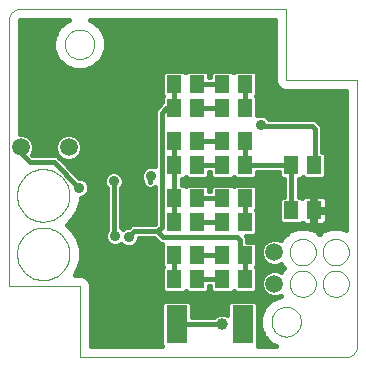
<source format=gbl>
G75*
G70*
%OFA0B0*%
%FSLAX24Y24*%
%IPPOS*%
%LPD*%
%AMOC8*
5,1,8,0,0,1.08239X$1,22.5*
%
%ADD10C,0.0000*%
%ADD11R,0.0512X0.0591*%
%ADD12R,0.0709X0.1260*%
%ADD13C,0.0591*%
%ADD14C,0.0357*%
%ADD15C,0.0160*%
%ADD16C,0.0396*%
D10*
X002544Y000312D02*
X002544Y002675D01*
X000181Y002675D01*
X000181Y011533D01*
X000183Y011572D01*
X000189Y011610D01*
X000198Y011647D01*
X000211Y011684D01*
X000228Y011719D01*
X000247Y011752D01*
X000270Y011783D01*
X000296Y011812D01*
X000325Y011838D01*
X000356Y011861D01*
X000389Y011880D01*
X000424Y011897D01*
X000461Y011910D01*
X000498Y011919D01*
X000536Y011925D01*
X000575Y011927D01*
X009433Y011927D01*
X009433Y009564D01*
X011796Y009564D01*
X011796Y000706D01*
X011794Y000667D01*
X011788Y000629D01*
X011779Y000592D01*
X011766Y000555D01*
X011749Y000520D01*
X011730Y000487D01*
X011707Y000456D01*
X011681Y000427D01*
X011652Y000401D01*
X011621Y000378D01*
X011588Y000359D01*
X011553Y000342D01*
X011516Y000329D01*
X011479Y000320D01*
X011441Y000314D01*
X011402Y000312D01*
X002544Y000312D01*
X000456Y003759D02*
X000458Y003818D01*
X000464Y003877D01*
X000474Y003935D01*
X000488Y003993D01*
X000505Y004049D01*
X000527Y004104D01*
X000552Y004158D01*
X000581Y004209D01*
X000613Y004259D01*
X000648Y004306D01*
X000687Y004351D01*
X000728Y004393D01*
X000772Y004432D01*
X000819Y004469D01*
X000868Y004502D01*
X000919Y004531D01*
X000972Y004557D01*
X001027Y004580D01*
X001083Y004598D01*
X001140Y004613D01*
X001199Y004624D01*
X001257Y004631D01*
X001316Y004634D01*
X001375Y004633D01*
X001434Y004628D01*
X001493Y004619D01*
X001550Y004606D01*
X001607Y004589D01*
X001662Y004569D01*
X001716Y004545D01*
X001768Y004517D01*
X001819Y004486D01*
X001867Y004451D01*
X001912Y004413D01*
X001955Y004372D01*
X001995Y004329D01*
X002032Y004283D01*
X002066Y004234D01*
X002096Y004184D01*
X002123Y004131D01*
X002146Y004077D01*
X002166Y004021D01*
X002182Y003964D01*
X002194Y003906D01*
X002202Y003848D01*
X002206Y003789D01*
X002206Y003729D01*
X002202Y003670D01*
X002194Y003612D01*
X002182Y003554D01*
X002166Y003497D01*
X002146Y003441D01*
X002123Y003387D01*
X002096Y003334D01*
X002066Y003284D01*
X002032Y003235D01*
X001995Y003189D01*
X001955Y003146D01*
X001912Y003105D01*
X001867Y003067D01*
X001819Y003032D01*
X001769Y003001D01*
X001716Y002973D01*
X001662Y002949D01*
X001607Y002929D01*
X001550Y002912D01*
X001493Y002899D01*
X001434Y002890D01*
X001375Y002885D01*
X001316Y002884D01*
X001257Y002887D01*
X001199Y002894D01*
X001140Y002905D01*
X001083Y002920D01*
X001027Y002938D01*
X000972Y002961D01*
X000919Y002987D01*
X000868Y003016D01*
X000819Y003049D01*
X000772Y003086D01*
X000728Y003125D01*
X000687Y003167D01*
X000648Y003212D01*
X000613Y003259D01*
X000581Y003309D01*
X000552Y003360D01*
X000527Y003414D01*
X000505Y003469D01*
X000488Y003525D01*
X000474Y003583D01*
X000464Y003641D01*
X000458Y003700D01*
X000456Y003759D01*
X000456Y005709D02*
X000458Y005768D01*
X000464Y005827D01*
X000474Y005885D01*
X000488Y005943D01*
X000505Y005999D01*
X000527Y006054D01*
X000552Y006108D01*
X000581Y006159D01*
X000613Y006209D01*
X000648Y006256D01*
X000687Y006301D01*
X000728Y006343D01*
X000772Y006382D01*
X000819Y006419D01*
X000868Y006452D01*
X000919Y006481D01*
X000972Y006507D01*
X001027Y006530D01*
X001083Y006548D01*
X001140Y006563D01*
X001199Y006574D01*
X001257Y006581D01*
X001316Y006584D01*
X001375Y006583D01*
X001434Y006578D01*
X001493Y006569D01*
X001550Y006556D01*
X001607Y006539D01*
X001662Y006519D01*
X001716Y006495D01*
X001768Y006467D01*
X001819Y006436D01*
X001867Y006401D01*
X001912Y006363D01*
X001955Y006322D01*
X001995Y006279D01*
X002032Y006233D01*
X002066Y006184D01*
X002096Y006134D01*
X002123Y006081D01*
X002146Y006027D01*
X002166Y005971D01*
X002182Y005914D01*
X002194Y005856D01*
X002202Y005798D01*
X002206Y005739D01*
X002206Y005679D01*
X002202Y005620D01*
X002194Y005562D01*
X002182Y005504D01*
X002166Y005447D01*
X002146Y005391D01*
X002123Y005337D01*
X002096Y005284D01*
X002066Y005234D01*
X002032Y005185D01*
X001995Y005139D01*
X001955Y005096D01*
X001912Y005055D01*
X001867Y005017D01*
X001819Y004982D01*
X001769Y004951D01*
X001716Y004923D01*
X001662Y004899D01*
X001607Y004879D01*
X001550Y004862D01*
X001493Y004849D01*
X001434Y004840D01*
X001375Y004835D01*
X001316Y004834D01*
X001257Y004837D01*
X001199Y004844D01*
X001140Y004855D01*
X001083Y004870D01*
X001027Y004888D01*
X000972Y004911D01*
X000919Y004937D01*
X000868Y004966D01*
X000819Y004999D01*
X000772Y005036D01*
X000728Y005075D01*
X000687Y005117D01*
X000648Y005162D01*
X000613Y005209D01*
X000581Y005259D01*
X000552Y005310D01*
X000527Y005364D01*
X000505Y005419D01*
X000488Y005475D01*
X000474Y005533D01*
X000464Y005591D01*
X000458Y005650D01*
X000456Y005709D01*
X002052Y010746D02*
X002054Y010790D01*
X002060Y010834D01*
X002070Y010877D01*
X002083Y010919D01*
X002101Y010959D01*
X002122Y010998D01*
X002146Y011035D01*
X002173Y011070D01*
X002204Y011102D01*
X002237Y011131D01*
X002273Y011157D01*
X002311Y011179D01*
X002351Y011198D01*
X002392Y011214D01*
X002435Y011226D01*
X002478Y011234D01*
X002522Y011238D01*
X002566Y011238D01*
X002610Y011234D01*
X002653Y011226D01*
X002696Y011214D01*
X002737Y011198D01*
X002777Y011179D01*
X002815Y011157D01*
X002851Y011131D01*
X002884Y011102D01*
X002915Y011070D01*
X002942Y011035D01*
X002966Y010998D01*
X002987Y010959D01*
X003005Y010919D01*
X003018Y010877D01*
X003028Y010834D01*
X003034Y010790D01*
X003036Y010746D01*
X003034Y010702D01*
X003028Y010658D01*
X003018Y010615D01*
X003005Y010573D01*
X002987Y010533D01*
X002966Y010494D01*
X002942Y010457D01*
X002915Y010422D01*
X002884Y010390D01*
X002851Y010361D01*
X002815Y010335D01*
X002777Y010313D01*
X002737Y010294D01*
X002696Y010278D01*
X002653Y010266D01*
X002610Y010258D01*
X002566Y010254D01*
X002522Y010254D01*
X002478Y010258D01*
X002435Y010266D01*
X002392Y010278D01*
X002351Y010294D01*
X002311Y010313D01*
X002273Y010335D01*
X002237Y010361D01*
X002204Y010390D01*
X002173Y010422D01*
X002146Y010457D01*
X002122Y010494D01*
X002101Y010533D01*
X002083Y010573D01*
X002070Y010615D01*
X002060Y010658D01*
X002054Y010702D01*
X002052Y010746D01*
X009544Y003816D02*
X009546Y003858D01*
X009552Y003899D01*
X009562Y003939D01*
X009575Y003978D01*
X009593Y004016D01*
X009613Y004052D01*
X009637Y004086D01*
X009665Y004118D01*
X009695Y004146D01*
X009728Y004172D01*
X009762Y004194D01*
X009799Y004214D01*
X009838Y004229D01*
X009878Y004241D01*
X009919Y004249D01*
X009960Y004253D01*
X010002Y004253D01*
X010043Y004249D01*
X010084Y004241D01*
X010124Y004229D01*
X010163Y004214D01*
X010199Y004194D01*
X010234Y004172D01*
X010267Y004146D01*
X010297Y004118D01*
X010325Y004086D01*
X010349Y004052D01*
X010369Y004016D01*
X010387Y003978D01*
X010400Y003939D01*
X010410Y003899D01*
X010416Y003858D01*
X010418Y003816D01*
X010416Y003774D01*
X010410Y003733D01*
X010400Y003693D01*
X010387Y003654D01*
X010369Y003616D01*
X010349Y003580D01*
X010325Y003546D01*
X010297Y003514D01*
X010267Y003486D01*
X010234Y003460D01*
X010200Y003438D01*
X010163Y003418D01*
X010124Y003403D01*
X010084Y003391D01*
X010043Y003383D01*
X010002Y003379D01*
X009960Y003379D01*
X009919Y003383D01*
X009878Y003391D01*
X009838Y003403D01*
X009799Y003418D01*
X009763Y003438D01*
X009728Y003460D01*
X009695Y003486D01*
X009665Y003514D01*
X009637Y003546D01*
X009613Y003580D01*
X009593Y003616D01*
X009575Y003654D01*
X009562Y003693D01*
X009552Y003733D01*
X009546Y003774D01*
X009544Y003816D01*
X009544Y002766D02*
X009546Y002808D01*
X009552Y002849D01*
X009562Y002889D01*
X009575Y002928D01*
X009593Y002966D01*
X009613Y003002D01*
X009637Y003036D01*
X009665Y003068D01*
X009695Y003096D01*
X009728Y003122D01*
X009762Y003144D01*
X009799Y003164D01*
X009838Y003179D01*
X009878Y003191D01*
X009919Y003199D01*
X009960Y003203D01*
X010002Y003203D01*
X010043Y003199D01*
X010084Y003191D01*
X010124Y003179D01*
X010163Y003164D01*
X010199Y003144D01*
X010234Y003122D01*
X010267Y003096D01*
X010297Y003068D01*
X010325Y003036D01*
X010349Y003002D01*
X010369Y002966D01*
X010387Y002928D01*
X010400Y002889D01*
X010410Y002849D01*
X010416Y002808D01*
X010418Y002766D01*
X010416Y002724D01*
X010410Y002683D01*
X010400Y002643D01*
X010387Y002604D01*
X010369Y002566D01*
X010349Y002530D01*
X010325Y002496D01*
X010297Y002464D01*
X010267Y002436D01*
X010234Y002410D01*
X010200Y002388D01*
X010163Y002368D01*
X010124Y002353D01*
X010084Y002341D01*
X010043Y002333D01*
X010002Y002329D01*
X009960Y002329D01*
X009919Y002333D01*
X009878Y002341D01*
X009838Y002353D01*
X009799Y002368D01*
X009763Y002388D01*
X009728Y002410D01*
X009695Y002436D01*
X009665Y002464D01*
X009637Y002496D01*
X009613Y002530D01*
X009593Y002566D01*
X009575Y002604D01*
X009562Y002643D01*
X009552Y002683D01*
X009546Y002724D01*
X009544Y002766D01*
X008941Y001494D02*
X008943Y001538D01*
X008949Y001582D01*
X008959Y001625D01*
X008972Y001667D01*
X008990Y001707D01*
X009011Y001746D01*
X009035Y001783D01*
X009062Y001818D01*
X009093Y001850D01*
X009126Y001879D01*
X009162Y001905D01*
X009200Y001927D01*
X009240Y001946D01*
X009281Y001962D01*
X009324Y001974D01*
X009367Y001982D01*
X009411Y001986D01*
X009455Y001986D01*
X009499Y001982D01*
X009542Y001974D01*
X009585Y001962D01*
X009626Y001946D01*
X009666Y001927D01*
X009704Y001905D01*
X009740Y001879D01*
X009773Y001850D01*
X009804Y001818D01*
X009831Y001783D01*
X009855Y001746D01*
X009876Y001707D01*
X009894Y001667D01*
X009907Y001625D01*
X009917Y001582D01*
X009923Y001538D01*
X009925Y001494D01*
X009923Y001450D01*
X009917Y001406D01*
X009907Y001363D01*
X009894Y001321D01*
X009876Y001281D01*
X009855Y001242D01*
X009831Y001205D01*
X009804Y001170D01*
X009773Y001138D01*
X009740Y001109D01*
X009704Y001083D01*
X009666Y001061D01*
X009626Y001042D01*
X009585Y001026D01*
X009542Y001014D01*
X009499Y001006D01*
X009455Y001002D01*
X009411Y001002D01*
X009367Y001006D01*
X009324Y001014D01*
X009281Y001026D01*
X009240Y001042D01*
X009200Y001061D01*
X009162Y001083D01*
X009126Y001109D01*
X009093Y001138D01*
X009062Y001170D01*
X009035Y001205D01*
X009011Y001242D01*
X008990Y001281D01*
X008972Y001321D01*
X008959Y001363D01*
X008949Y001406D01*
X008943Y001450D01*
X008941Y001494D01*
X010644Y002766D02*
X010646Y002808D01*
X010652Y002849D01*
X010662Y002889D01*
X010675Y002928D01*
X010693Y002966D01*
X010713Y003002D01*
X010737Y003036D01*
X010765Y003068D01*
X010795Y003096D01*
X010828Y003122D01*
X010862Y003144D01*
X010899Y003164D01*
X010938Y003179D01*
X010978Y003191D01*
X011019Y003199D01*
X011060Y003203D01*
X011102Y003203D01*
X011143Y003199D01*
X011184Y003191D01*
X011224Y003179D01*
X011263Y003164D01*
X011299Y003144D01*
X011334Y003122D01*
X011367Y003096D01*
X011397Y003068D01*
X011425Y003036D01*
X011449Y003002D01*
X011469Y002966D01*
X011487Y002928D01*
X011500Y002889D01*
X011510Y002849D01*
X011516Y002808D01*
X011518Y002766D01*
X011516Y002724D01*
X011510Y002683D01*
X011500Y002643D01*
X011487Y002604D01*
X011469Y002566D01*
X011449Y002530D01*
X011425Y002496D01*
X011397Y002464D01*
X011367Y002436D01*
X011334Y002410D01*
X011300Y002388D01*
X011263Y002368D01*
X011224Y002353D01*
X011184Y002341D01*
X011143Y002333D01*
X011102Y002329D01*
X011060Y002329D01*
X011019Y002333D01*
X010978Y002341D01*
X010938Y002353D01*
X010899Y002368D01*
X010863Y002388D01*
X010828Y002410D01*
X010795Y002436D01*
X010765Y002464D01*
X010737Y002496D01*
X010713Y002530D01*
X010693Y002566D01*
X010675Y002604D01*
X010662Y002643D01*
X010652Y002683D01*
X010646Y002724D01*
X010644Y002766D01*
X010644Y003816D02*
X010646Y003858D01*
X010652Y003899D01*
X010662Y003939D01*
X010675Y003978D01*
X010693Y004016D01*
X010713Y004052D01*
X010737Y004086D01*
X010765Y004118D01*
X010795Y004146D01*
X010828Y004172D01*
X010862Y004194D01*
X010899Y004214D01*
X010938Y004229D01*
X010978Y004241D01*
X011019Y004249D01*
X011060Y004253D01*
X011102Y004253D01*
X011143Y004249D01*
X011184Y004241D01*
X011224Y004229D01*
X011263Y004214D01*
X011299Y004194D01*
X011334Y004172D01*
X011367Y004146D01*
X011397Y004118D01*
X011425Y004086D01*
X011449Y004052D01*
X011469Y004016D01*
X011487Y003978D01*
X011500Y003939D01*
X011510Y003899D01*
X011516Y003858D01*
X011518Y003816D01*
X011516Y003774D01*
X011510Y003733D01*
X011500Y003693D01*
X011487Y003654D01*
X011469Y003616D01*
X011449Y003580D01*
X011425Y003546D01*
X011397Y003514D01*
X011367Y003486D01*
X011334Y003460D01*
X011300Y003438D01*
X011263Y003418D01*
X011224Y003403D01*
X011184Y003391D01*
X011143Y003383D01*
X011102Y003379D01*
X011060Y003379D01*
X011019Y003383D01*
X010978Y003391D01*
X010938Y003403D01*
X010899Y003418D01*
X010863Y003438D01*
X010828Y003460D01*
X010795Y003486D01*
X010765Y003514D01*
X010737Y003546D01*
X010713Y003580D01*
X010693Y003616D01*
X010675Y003654D01*
X010662Y003693D01*
X010652Y003733D01*
X010646Y003774D01*
X010644Y003816D01*
D11*
X010355Y005212D03*
X009607Y005212D03*
X009607Y006712D03*
X010355Y006712D03*
X008055Y006712D03*
X007307Y006712D03*
X007307Y007512D03*
X008055Y007512D03*
X008055Y008612D03*
X007307Y008612D03*
X007307Y009412D03*
X008055Y009412D03*
X006455Y009412D03*
X005707Y009412D03*
X005707Y008612D03*
X006455Y008612D03*
X006455Y007512D03*
X005707Y007512D03*
X005707Y006712D03*
X006455Y006712D03*
X006455Y005612D03*
X005707Y005612D03*
X005707Y004812D03*
X006455Y004812D03*
X007307Y004812D03*
X008055Y004812D03*
X008055Y005612D03*
X007307Y005612D03*
X007307Y003712D03*
X008055Y003712D03*
X008055Y002912D03*
X007307Y002912D03*
X006455Y002912D03*
X005707Y002912D03*
X005707Y003712D03*
X006455Y003712D03*
D12*
X005779Y001412D03*
X007984Y001412D03*
D13*
X009031Y002766D03*
X009031Y003816D03*
X002181Y007312D03*
X001381Y007312D03*
X000581Y007312D03*
D14*
X002531Y005962D03*
X003681Y006178D03*
X004531Y006112D03*
X004931Y006362D03*
X003731Y004362D03*
X004181Y004322D03*
X008581Y008062D03*
D15*
X008631Y008012D01*
X010281Y008012D01*
X010381Y007912D01*
X010381Y006738D01*
X010355Y006712D01*
X010381Y006938D01*
X010621Y007168D02*
X010621Y007960D01*
X010585Y008048D01*
X010517Y008116D01*
X010485Y008148D01*
X010417Y008216D01*
X010329Y008252D01*
X008869Y008252D01*
X008868Y008254D01*
X008773Y008349D01*
X008649Y008401D01*
X008514Y008401D01*
X008471Y008383D01*
X008471Y008974D01*
X008433Y009012D01*
X008471Y009051D01*
X008471Y009774D01*
X008378Y009868D01*
X007733Y009868D01*
X007681Y009816D01*
X007630Y009868D01*
X006985Y009868D01*
X006891Y009774D01*
X006891Y009652D01*
X006871Y009652D01*
X006871Y009774D01*
X006778Y009868D01*
X006133Y009868D01*
X006081Y009816D01*
X006030Y009868D01*
X005385Y009868D01*
X005291Y009774D01*
X005291Y009051D01*
X005330Y009012D01*
X005291Y008974D01*
X005291Y008812D01*
X005145Y008666D01*
X005078Y008598D01*
X005041Y008510D01*
X005041Y006683D01*
X004999Y006701D01*
X004864Y006701D01*
X004740Y006649D01*
X004645Y006554D01*
X004593Y006430D01*
X004593Y006295D01*
X004639Y006183D01*
X004637Y006174D01*
X004651Y006080D01*
X004700Y005998D01*
X004777Y005941D01*
X004869Y005918D01*
X004964Y005932D01*
X005041Y005979D01*
X005041Y004762D01*
X005032Y004752D01*
X004420Y004752D01*
X004324Y004752D01*
X004236Y004716D01*
X004180Y004660D01*
X004114Y004660D01*
X003990Y004609D01*
X003977Y004596D01*
X003923Y004649D01*
X003921Y004650D01*
X003921Y005940D01*
X003968Y005986D01*
X004020Y006111D01*
X004020Y006246D01*
X003968Y006370D01*
X003873Y006465D01*
X003749Y006517D01*
X003614Y006517D01*
X003490Y006465D01*
X003395Y006370D01*
X003343Y006246D01*
X003343Y006111D01*
X003395Y005986D01*
X003441Y005940D01*
X003441Y004547D01*
X003393Y004430D01*
X003393Y004295D01*
X003445Y004171D01*
X003540Y004076D01*
X003664Y004024D01*
X003799Y004024D01*
X003923Y004076D01*
X003936Y004089D01*
X003990Y004035D01*
X004114Y003983D01*
X004249Y003983D01*
X004373Y004035D01*
X004468Y004130D01*
X004520Y004255D01*
X004520Y004272D01*
X005032Y004272D01*
X005195Y004109D01*
X005284Y004072D01*
X005291Y004072D01*
X005291Y003351D01*
X005330Y003312D01*
X005291Y003274D01*
X005291Y002551D01*
X005385Y002457D01*
X006030Y002457D01*
X006081Y002509D01*
X006133Y002457D01*
X006778Y002457D01*
X006871Y002551D01*
X006871Y002672D01*
X006891Y002672D01*
X006891Y002551D01*
X006985Y002457D01*
X007630Y002457D01*
X007681Y002509D01*
X007733Y002457D01*
X008378Y002457D01*
X008471Y002551D01*
X008471Y003274D01*
X008433Y003312D01*
X008471Y003351D01*
X008471Y004074D01*
X008378Y004168D01*
X008121Y004168D01*
X008121Y004260D01*
X008085Y004348D01*
X008076Y004357D01*
X008378Y004357D01*
X008471Y004451D01*
X008471Y005174D01*
X008433Y005212D01*
X008471Y005251D01*
X008471Y005974D01*
X008378Y006068D01*
X007733Y006068D01*
X007681Y006016D01*
X007630Y006068D01*
X006985Y006068D01*
X006891Y005974D01*
X006891Y005852D01*
X006871Y005852D01*
X006871Y005974D01*
X006778Y006068D01*
X006133Y006068D01*
X006081Y006016D01*
X006030Y006068D01*
X005947Y006068D01*
X005947Y006257D01*
X006030Y006257D01*
X006081Y006309D01*
X006133Y006257D01*
X006778Y006257D01*
X006871Y006351D01*
X006871Y006472D01*
X006891Y006472D01*
X006891Y006351D01*
X006985Y006257D01*
X007630Y006257D01*
X007681Y006309D01*
X007733Y006257D01*
X008378Y006257D01*
X008471Y006351D01*
X008471Y006472D01*
X009191Y006472D01*
X009191Y006351D01*
X009285Y006257D01*
X009367Y006257D01*
X009367Y005668D01*
X009285Y005668D01*
X009191Y005574D01*
X009191Y004851D01*
X009285Y004757D01*
X009930Y004757D01*
X009967Y004795D01*
X009989Y004773D01*
X010030Y004749D01*
X010076Y004737D01*
X010307Y004737D01*
X010307Y005164D01*
X010403Y005164D01*
X010403Y004737D01*
X010635Y004737D01*
X010681Y004749D01*
X010722Y004773D01*
X010755Y004807D01*
X010779Y004848D01*
X010791Y004893D01*
X010791Y005164D01*
X010404Y005164D01*
X010404Y005260D01*
X010791Y005260D01*
X010791Y005531D01*
X010779Y005577D01*
X010755Y005618D01*
X010722Y005652D01*
X010681Y005675D01*
X010635Y005688D01*
X010403Y005688D01*
X010403Y005261D01*
X010307Y005261D01*
X010307Y005688D01*
X010076Y005688D01*
X010030Y005675D01*
X009989Y005652D01*
X009967Y005630D01*
X009930Y005668D01*
X009847Y005668D01*
X009847Y006257D01*
X009930Y006257D01*
X009981Y006309D01*
X010033Y006257D01*
X010678Y006257D01*
X010771Y006351D01*
X010771Y007074D01*
X010678Y007168D01*
X010621Y007168D01*
X010715Y007130D02*
X011416Y007130D01*
X011416Y006971D02*
X010771Y006971D01*
X010771Y006813D02*
X011416Y006813D01*
X011416Y006654D02*
X010771Y006654D01*
X010771Y006496D02*
X011416Y006496D01*
X011416Y006337D02*
X010758Y006337D01*
X011416Y006179D02*
X009847Y006179D01*
X009847Y006020D02*
X011416Y006020D01*
X011416Y005861D02*
X009847Y005861D01*
X009847Y005703D02*
X011416Y005703D01*
X011416Y005544D02*
X010788Y005544D01*
X010791Y005386D02*
X011416Y005386D01*
X011416Y005227D02*
X010404Y005227D01*
X010403Y005386D02*
X010307Y005386D01*
X010307Y005544D02*
X010403Y005544D01*
X010403Y005069D02*
X010307Y005069D01*
X010307Y004910D02*
X010403Y004910D01*
X010403Y004752D02*
X010307Y004752D01*
X010240Y004593D02*
X010822Y004593D01*
X010919Y004633D02*
X010618Y004509D01*
X010531Y004422D01*
X010444Y004509D01*
X010144Y004633D01*
X009819Y004633D01*
X009518Y004509D01*
X009288Y004279D01*
X009261Y004213D01*
X009122Y004271D01*
X008941Y004271D01*
X008774Y004202D01*
X008645Y004073D01*
X008576Y003906D01*
X008576Y003725D01*
X008645Y003558D01*
X008774Y003430D01*
X008941Y003360D01*
X009122Y003360D01*
X009261Y003418D01*
X009288Y003353D01*
X009350Y003291D01*
X009288Y003229D01*
X009261Y003163D01*
X009122Y003221D01*
X008941Y003221D01*
X008774Y003152D01*
X008645Y003023D01*
X008576Y002856D01*
X008576Y002675D01*
X008645Y002508D01*
X008774Y002380D01*
X008941Y002310D01*
X009122Y002310D01*
X009261Y002368D01*
X009262Y002366D01*
X009260Y002366D01*
X008939Y002233D01*
X008694Y001988D01*
X008561Y001667D01*
X008561Y001320D01*
X008694Y000999D01*
X008939Y000754D01*
X009089Y000692D01*
X008474Y000692D01*
X008498Y000716D01*
X008498Y002109D01*
X008404Y002202D01*
X007563Y002202D01*
X007469Y002109D01*
X007469Y001722D01*
X007353Y001771D01*
X007210Y001771D01*
X007079Y001716D01*
X007015Y001652D01*
X006293Y001652D01*
X006293Y002109D01*
X006200Y002202D01*
X005358Y002202D01*
X005265Y002109D01*
X005265Y000716D01*
X005289Y000692D01*
X002924Y000692D01*
X002924Y002750D01*
X002866Y002890D01*
X002759Y002997D01*
X002619Y003055D01*
X002468Y003055D01*
X002374Y003055D01*
X002501Y003275D01*
X002586Y003594D01*
X002586Y003925D01*
X002501Y004244D01*
X002336Y004530D01*
X002131Y004734D01*
X002336Y004939D01*
X002501Y005225D01*
X002586Y005544D01*
X002586Y005624D01*
X002599Y005624D01*
X002723Y005676D01*
X002818Y005771D01*
X002870Y005895D01*
X002870Y006030D01*
X002818Y006154D01*
X002723Y006249D01*
X002599Y006301D01*
X002532Y006301D01*
X001817Y007016D01*
X001729Y007052D01*
X001634Y007052D01*
X000981Y007052D01*
X000971Y007063D01*
X001037Y007222D01*
X001037Y007403D01*
X000967Y007570D01*
X000839Y007698D01*
X000672Y007768D01*
X000561Y007768D01*
X000561Y011457D01*
X000561Y011533D01*
X000562Y011536D01*
X000564Y011541D01*
X000567Y011544D01*
X000572Y011546D01*
X000575Y011547D01*
X000651Y011547D01*
X002199Y011547D01*
X002050Y011485D01*
X001804Y011240D01*
X001671Y010919D01*
X001671Y010572D01*
X001804Y010251D01*
X002050Y010006D01*
X002370Y009873D01*
X002717Y009873D01*
X003038Y010006D01*
X003283Y010251D01*
X003416Y010572D01*
X003416Y010919D01*
X003283Y011240D01*
X003038Y011485D01*
X002888Y011547D01*
X009053Y011547D01*
X009053Y009489D01*
X009111Y009349D01*
X009218Y009242D01*
X009358Y009184D01*
X009509Y009184D01*
X011416Y009184D01*
X011416Y004562D01*
X011244Y004633D01*
X010919Y004633D01*
X010685Y004752D02*
X011416Y004752D01*
X011416Y004910D02*
X010791Y004910D01*
X010791Y005069D02*
X011416Y005069D01*
X011416Y004593D02*
X011340Y004593D01*
X010544Y004435D02*
X010518Y004435D01*
X010026Y004752D02*
X008471Y004752D01*
X008471Y004910D02*
X009191Y004910D01*
X009191Y005069D02*
X008471Y005069D01*
X008448Y005227D02*
X009191Y005227D01*
X009191Y005386D02*
X008471Y005386D01*
X008471Y005544D02*
X009191Y005544D01*
X009367Y005703D02*
X008471Y005703D01*
X008471Y005861D02*
X009367Y005861D01*
X009367Y006020D02*
X008425Y006020D01*
X008458Y006337D02*
X009205Y006337D01*
X009367Y006179D02*
X005947Y006179D01*
X006077Y006020D02*
X006086Y006020D01*
X006455Y005612D02*
X007307Y005612D01*
X006938Y006020D02*
X006825Y006020D01*
X006871Y005861D02*
X006891Y005861D01*
X006905Y006337D02*
X006858Y006337D01*
X006455Y006712D02*
X007307Y006712D01*
X008055Y006712D02*
X009607Y006712D01*
X009607Y005212D01*
X009722Y004593D02*
X008471Y004593D01*
X008455Y004435D02*
X009444Y004435D01*
X009287Y004276D02*
X008115Y004276D01*
X007881Y004212D02*
X007881Y003886D01*
X008055Y003712D01*
X008055Y002912D01*
X008471Y002849D02*
X008576Y002849D01*
X008576Y002691D02*
X008471Y002691D01*
X008452Y002532D02*
X008635Y002532D01*
X008788Y002374D02*
X002924Y002374D01*
X002924Y002532D02*
X005310Y002532D01*
X005291Y002691D02*
X002924Y002691D01*
X002883Y002849D02*
X005291Y002849D01*
X005291Y003008D02*
X002733Y003008D01*
X002438Y003166D02*
X005291Y003166D01*
X005318Y003325D02*
X002514Y003325D01*
X002557Y003483D02*
X005291Y003483D01*
X005291Y003642D02*
X002586Y003642D01*
X002586Y003800D02*
X005291Y003800D01*
X005291Y003959D02*
X002577Y003959D01*
X002535Y004117D02*
X003498Y004117D01*
X003401Y004276D02*
X002482Y004276D01*
X002391Y004435D02*
X003395Y004435D01*
X003441Y004593D02*
X002272Y004593D01*
X002149Y004752D02*
X003441Y004752D01*
X003441Y004910D02*
X002307Y004910D01*
X002411Y005069D02*
X003441Y005069D01*
X003441Y005227D02*
X002501Y005227D01*
X002544Y005386D02*
X003441Y005386D01*
X003441Y005544D02*
X002586Y005544D01*
X002750Y005703D02*
X003441Y005703D01*
X003441Y005861D02*
X002856Y005861D01*
X002870Y006020D02*
X003381Y006020D01*
X003343Y006179D02*
X002794Y006179D01*
X002531Y005962D02*
X001681Y006812D01*
X000881Y006812D01*
X000581Y007112D01*
X000581Y007312D01*
X000932Y007605D02*
X001831Y007605D01*
X001795Y007570D02*
X001726Y007403D01*
X001726Y007222D01*
X001795Y007055D01*
X001924Y006926D01*
X002091Y006857D01*
X002272Y006857D01*
X002439Y006926D01*
X002567Y007055D01*
X002637Y007222D01*
X002637Y007403D01*
X002567Y007570D01*
X002439Y007698D01*
X002272Y007768D01*
X002091Y007768D01*
X001924Y007698D01*
X001795Y007570D01*
X001744Y007447D02*
X001019Y007447D01*
X001037Y007288D02*
X001726Y007288D01*
X001764Y007130D02*
X000999Y007130D01*
X000681Y007764D02*
X002082Y007764D01*
X002281Y007764D02*
X005041Y007764D01*
X005041Y007923D02*
X000561Y007923D01*
X000561Y008081D02*
X005041Y008081D01*
X005041Y008240D02*
X000561Y008240D01*
X000561Y008398D02*
X005041Y008398D01*
X005061Y008557D02*
X000561Y008557D01*
X000561Y008715D02*
X005195Y008715D01*
X005291Y008874D02*
X000561Y008874D01*
X000561Y009032D02*
X005310Y009032D01*
X005291Y009191D02*
X000561Y009191D01*
X000561Y009349D02*
X005291Y009349D01*
X005291Y009508D02*
X000561Y009508D01*
X000561Y009666D02*
X005291Y009666D01*
X005343Y009825D02*
X000561Y009825D01*
X000561Y009984D02*
X002104Y009984D01*
X001914Y010142D02*
X000561Y010142D01*
X000561Y010301D02*
X001784Y010301D01*
X001718Y010459D02*
X000561Y010459D01*
X000561Y010618D02*
X001671Y010618D01*
X001671Y010776D02*
X000561Y010776D01*
X000561Y010935D02*
X001678Y010935D01*
X001744Y011093D02*
X000561Y011093D01*
X000561Y011252D02*
X001817Y011252D01*
X001975Y011410D02*
X000561Y011410D01*
X002983Y009984D02*
X009053Y009984D01*
X009053Y010142D02*
X003174Y010142D01*
X003303Y010301D02*
X009053Y010301D01*
X009053Y010459D02*
X003369Y010459D01*
X003416Y010618D02*
X009053Y010618D01*
X009053Y010776D02*
X003416Y010776D01*
X003409Y010935D02*
X009053Y010935D01*
X009053Y011093D02*
X003344Y011093D01*
X003271Y011252D02*
X009053Y011252D01*
X009053Y011410D02*
X003112Y011410D01*
X005707Y009412D02*
X005707Y008612D01*
X005431Y008612D01*
X005281Y008462D01*
X005281Y004662D01*
X005131Y004512D01*
X004372Y004512D01*
X004181Y004322D01*
X004456Y004117D02*
X005187Y004117D01*
X005331Y004312D02*
X005131Y004512D01*
X005331Y004312D02*
X007781Y004312D01*
X007881Y004212D01*
X007307Y003712D02*
X006455Y003712D01*
X005707Y003712D02*
X005707Y002912D01*
X006455Y002912D02*
X007307Y002912D01*
X006910Y002532D02*
X006852Y002532D01*
X006293Y002056D02*
X007469Y002056D01*
X007469Y001898D02*
X006293Y001898D01*
X006293Y001739D02*
X007135Y001739D01*
X007428Y001739D02*
X007469Y001739D01*
X007281Y001412D02*
X005779Y001412D01*
X005265Y001422D02*
X002924Y001422D01*
X002924Y001264D02*
X005265Y001264D01*
X005265Y001105D02*
X002924Y001105D01*
X002924Y000947D02*
X005265Y000947D01*
X005265Y000788D02*
X002924Y000788D01*
X002924Y001581D02*
X005265Y001581D01*
X005265Y001739D02*
X002924Y001739D01*
X002924Y001898D02*
X005265Y001898D01*
X005265Y002056D02*
X002924Y002056D01*
X002924Y002215D02*
X008921Y002215D01*
X008763Y002056D02*
X008498Y002056D01*
X008498Y001898D02*
X008657Y001898D01*
X008591Y001739D02*
X008498Y001739D01*
X008498Y001581D02*
X008561Y001581D01*
X008561Y001422D02*
X008498Y001422D01*
X008498Y001264D02*
X008585Y001264D01*
X008650Y001105D02*
X008498Y001105D01*
X008498Y000947D02*
X008747Y000947D01*
X008905Y000788D02*
X008498Y000788D01*
X007981Y001312D02*
X007984Y001412D01*
X007984Y001415D01*
X007981Y001312D02*
X007784Y001412D01*
X008471Y003008D02*
X008639Y003008D01*
X008471Y003166D02*
X008809Y003166D01*
X008720Y003483D02*
X008471Y003483D01*
X008445Y003325D02*
X009316Y003325D01*
X009263Y003166D02*
X009254Y003166D01*
X008611Y003642D02*
X008471Y003642D01*
X008471Y003800D02*
X008576Y003800D01*
X008598Y003959D02*
X008471Y003959D01*
X008428Y004117D02*
X008689Y004117D01*
X008081Y004812D02*
X008055Y004812D01*
X008055Y005612D01*
X007686Y006020D02*
X007677Y006020D01*
X008055Y006712D02*
X008055Y007512D01*
X007307Y007512D02*
X006455Y007512D01*
X005707Y007512D02*
X005707Y006712D01*
X005681Y006712D01*
X005707Y006712D02*
X005707Y005612D01*
X005707Y004812D01*
X005041Y004910D02*
X003921Y004910D01*
X003921Y004752D02*
X004322Y004752D01*
X003921Y005069D02*
X005041Y005069D01*
X005041Y005227D02*
X003921Y005227D01*
X003921Y005386D02*
X005041Y005386D01*
X005041Y005544D02*
X003921Y005544D01*
X003921Y005703D02*
X005041Y005703D01*
X005041Y005861D02*
X003921Y005861D01*
X003982Y006020D02*
X004687Y006020D01*
X004881Y006162D02*
X004931Y006362D01*
X004620Y006496D02*
X003799Y006496D01*
X003564Y006496D02*
X002338Y006496D01*
X002496Y006337D02*
X003381Y006337D01*
X003681Y006178D02*
X003681Y004412D01*
X003731Y004362D01*
X004020Y006179D02*
X004638Y006179D01*
X004593Y006337D02*
X003982Y006337D01*
X004751Y006654D02*
X002179Y006654D01*
X002021Y006813D02*
X005041Y006813D01*
X005041Y006971D02*
X002484Y006971D01*
X002599Y007130D02*
X005041Y007130D01*
X005041Y007288D02*
X002637Y007288D01*
X002619Y007447D02*
X005041Y007447D01*
X005041Y007605D02*
X002532Y007605D01*
X001879Y006971D02*
X001862Y006971D01*
X005681Y003712D02*
X005707Y003712D01*
X006455Y004812D02*
X007307Y004812D01*
X010621Y007288D02*
X011416Y007288D01*
X011416Y007447D02*
X010621Y007447D01*
X010621Y007605D02*
X011416Y007605D01*
X011416Y007764D02*
X010621Y007764D01*
X010621Y007923D02*
X011416Y007923D01*
X011416Y008081D02*
X010552Y008081D01*
X010360Y008240D02*
X011416Y008240D01*
X011416Y008398D02*
X008655Y008398D01*
X008508Y008398D02*
X008471Y008398D01*
X008471Y008557D02*
X011416Y008557D01*
X011416Y008715D02*
X008471Y008715D01*
X008471Y008874D02*
X011416Y008874D01*
X011416Y009032D02*
X008453Y009032D01*
X008471Y009191D02*
X009342Y009191D01*
X009111Y009349D02*
X008471Y009349D01*
X008471Y009508D02*
X009053Y009508D01*
X009053Y009666D02*
X008471Y009666D01*
X008420Y009825D02*
X009053Y009825D01*
X008055Y009412D02*
X008055Y008612D01*
X008081Y008612D01*
X007307Y008612D02*
X006455Y008612D01*
X006455Y009412D02*
X007307Y009412D01*
X006891Y009666D02*
X006871Y009666D01*
X006820Y009825D02*
X006943Y009825D01*
X007672Y009825D02*
X007691Y009825D01*
X006091Y009825D02*
X006072Y009825D01*
D16*
X004881Y008062D03*
X004031Y008062D03*
X002981Y008112D03*
X005681Y006712D03*
X008081Y004812D03*
X005681Y003712D03*
X007281Y001412D03*
X007981Y001312D03*
X002831Y004312D03*
X008081Y008612D03*
M02*

</source>
